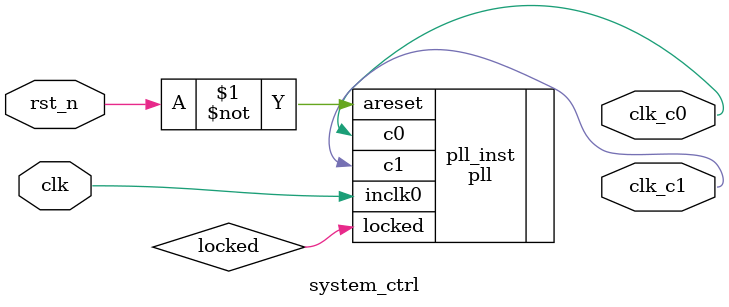
<source format=v>
/*-------------------------------------------------------------------------
Filename			:		system_ctrl.v
===========================================================================
13/02/1
--------------------------------------------------------------------------*/
`timescale 1 ns / 1 ns
module system_ctrl
(
	input 		clk,		//50MHz
	input 		rst_n,		//global reset

	output 		clk_c0,		//24Mhz CMOS时钟
	output 		clk_c1      //25Mhz VGA时钟

);


//----------------------------------------------
//Component instantiation
wire 	locked;	
pll pll_inst
(
	.inclk0	(clk),
	.areset	(~rst_n),
	.locked	(locked),
			
	.c0		(clk_c0),         //24Mhz CMOS时钟
	.c1		(clk_c1)          //25Mhz VGA时钟

);


endmodule

</source>
